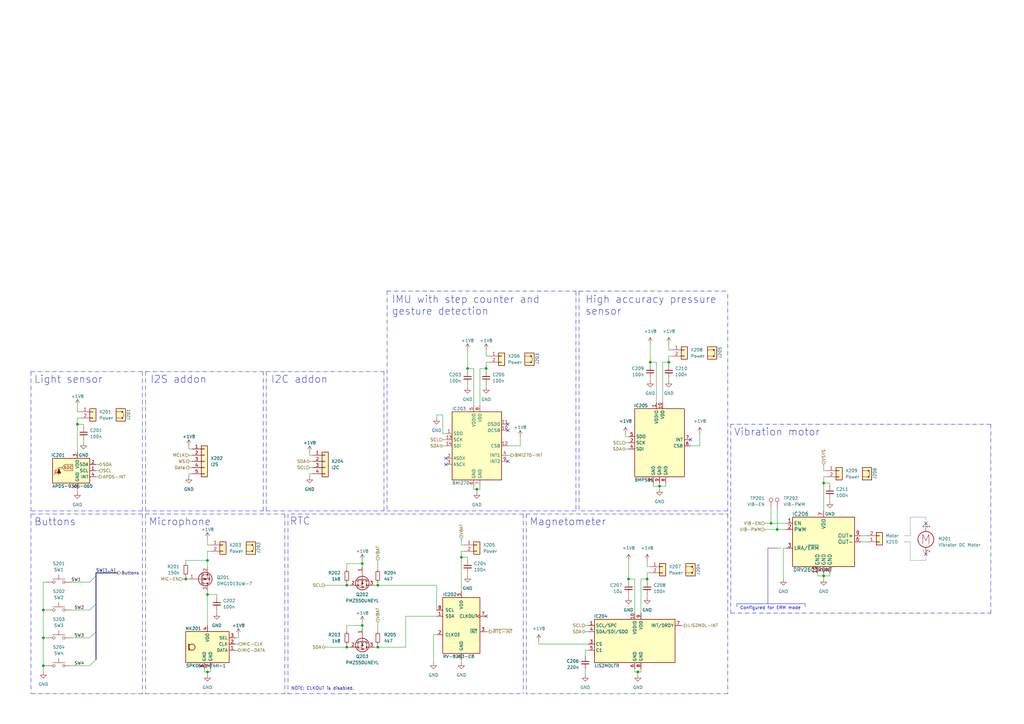
<source format=kicad_sch>
(kicad_sch (version 20250114) (generator "eeschema") (generator_version "9.0")
  (paper "A3")
  (title_block (title "Watch-HW") (date "2025-05-09") (rev "0") (company "https://github.com/ZSWatch/Watch-HW"))
  (text "Vibration motor" (at 300.99 179.07 0) (effects (font (size 3 3)) (justify left bottom)))
  (text "I2S addon" (at 61.595 157.48 0) (effects (font (size 3 3)) (justify left bottom)))
  (text "I2C addon" (at 111.125 157.48 0) (effects (font (size 3 3)) (justify left bottom)))
  (text "Magnetometer" (at 217.17 215.9 0) (effects (font (size 3 3)) (justify left bottom)))
  (text "Configured for ERM mode" (at 303.53 250.19 0) (effects (font (size 1.27 1.27)) (justify left bottom)))
  (text "High accuracy pressure\nsensor" (at 240.03 129.54 0) (effects (font (size 3 3)) (justify left bottom)))
  (text "Buttons" (at 13.97 215.9 0) (effects (font (size 3 3)) (justify left bottom)))
  (text "RTC" (at 118.872 215.646 0) (effects (font (size 3 3)) (justify left bottom)))
  (text "Microphone" (at 60.96 215.9 0) (effects (font (size 3 3)) (justify left bottom)))
  (text "Light sensor" (at 13.97 157.48 0) (effects (font (size 3 3)) (justify left bottom)))
  (text "IMU with step counter and\ngesture detection" (at 160.655 129.54 0) (effects (font (size 3 3)) (justify left bottom)))
  (text "NOTE: CLKOUT is disabled." (at 119.38 283.21 0) (effects (font (size 1.27 1.27)) (justify left bottom)))
  (junction (at 76.2 237.49))
  (junction (at 189.23 228.6))
  (junction (at 17.78 273.05))
  (junction (at 142.24 265.43))
  (junction (at 199.39 151.13))
  (junction (at 195.58 200.66))
  (junction (at 85.09 243.84))
  (junction (at 318.77 217.17))
  (junction (at 148.59 231.14))
  (junction (at 261.62 275.59))
  (junction (at 85.09 229.87))
  (junction (at 257.81 237.49))
  (junction (at 270.51 199.39))
  (junction (at 148.59 256.54))
  (junction (at 17.78 250.19))
  (junction (at 337.82 198.12))
  (junction (at 274.32 148.59))
  (junction (at 265.43 237.49))
  (junction (at 266.7 148.59))
  (junction (at 17.78 261.62))
  (junction (at 31.75 173.99))
  (junction (at 142.24 240.03))
  (junction (at 85.09 275.59))
  (junction (at 316.23 214.63))
  (junction (at 154.94 265.43))
  (junction (at 337.82 236.22))
  (junction (at 191.77 151.13))
  (junction (at 154.94 240.03))
  (no_connect (at 208.28 189.23))
  (no_connect (at 182.88 187.96))
  (no_connect (at 208.28 176.53))
  (no_connect (at 199.39 252.73))
  (no_connect (at 208.28 173.99))
  (no_connect (at 379.73 214.63))
  (no_connect (at 283.21 180.34))
  (no_connect (at 379.73 227.33))
  (no_connect (at 182.88 190.5))
  (bus_entry (at 36.83 261.62) (size 2.54 -2.54))
  (bus_entry (at 36.83 250.19) (size 2.54 -2.54))
  (bus_entry (at 36.83 273.05) (size 2.54 -2.54))
  (bus_entry (at 39.37 236.22) (size -2.54 2.54))
  (wire (pts (xy 269.24 148.59) (xy 269.24 165.1)))
  (wire (pts (xy 189.23 228.6) (xy 191.77 228.6)))
  (wire (pts (xy 97.79 260.35) (xy 97.79 261.62)))
  (wire (pts (xy 36.83 238.76) (xy 29.21 238.76)))
  (polyline (pts (xy 58.42 284.48) (xy 12.7 284.48)) (stroke (width 0) (type dash_dot)))
  (polyline (pts (xy 116.84 210.82) (xy 116.84 284.48)) (stroke (width 0) (type dash_dot)))
  (wire (pts (xy 83.82 275.59) (xy 85.09 275.59)))
  (wire (pts (xy 29.21 250.19) (xy 36.83 250.19)))
  (wire (pts (xy 337.82 198.12) (xy 340.36 198.12)))
  (wire (pts (xy 142.24 265.43) (xy 142.24 264.16)))
  (wire (pts (xy 166.37 265.43) (xy 154.94 265.43)))
  (wire (pts (xy 262.89 237.49) (xy 265.43 237.49)))
  (wire (pts (xy 189.23 226.06) (xy 189.23 228.6)))
  (wire (pts (xy 267.97 198.12) (xy 267.97 199.39)))
  (wire (pts (xy 194.31 200.66) (xy 195.58 200.66)))
  (wire (pts (xy 86.36 275.59) (xy 86.36 274.32)))
  (wire (pts (xy 208.28 182.88) (xy 213.36 182.88)))
  (wire (pts (xy 270.51 199.39) (xy 270.51 200.66)))
  (wire (pts (xy 199.39 148.59) (xy 199.39 151.13)))
  (wire (pts (xy 78.74 194.31) (xy 77.47 194.31)))
  (polyline (pts (xy 214.63 210.82) (xy 118.11 210.82)) (stroke (width 0) (type dash_dot)))
  (wire (pts (xy 274.32 148.59) (xy 271.78 148.59)))
  (wire (pts (xy 17.78 250.19) (xy 17.78 261.62)))
  (wire (pts (xy 88.9 250.19) (xy 88.9 251.46)))
  (wire (pts (xy 196.85 199.39) (xy 196.85 200.66)))
  (polyline (pts (xy 236.22 209.55) (xy 158.75 209.55)) (stroke (width 0) (type dash_dot)))
  (wire (pts (xy 191.77 143.51) (xy 191.77 151.13)))
  (polyline (pts (xy 215.9 210.82) (xy 298.45 210.82)) (stroke (width 0) (type dash_dot)))
  (wire (pts (xy 143.51 240.03) (xy 142.24 240.03)))
  (polyline (pts (xy 59.69 209.55) (xy 107.95 209.55)) (stroke (width 0) (type dash_dot)))
  (wire (pts (xy 166.37 252.73) (xy 166.37 265.43)))
  (wire (pts (xy 261.62 276.86) (xy 261.62 275.59)))
  (wire (pts (xy 191.77 157.48) (xy 191.77 158.75)))
  (wire (pts (xy 257.81 184.15) (xy 256.54 184.15)))
  (polyline (pts (xy 237.49 119.38) (xy 237.49 209.55)) (stroke (width 0) (type dash_dot)))
  (wire (pts (xy 128.27 186.69) (xy 127 186.69)))
  (wire (pts (xy 19.05 261.62) (xy 17.78 261.62)))
  (wire (pts (xy 34.29 175.26) (xy 34.29 173.99)))
  (polyline (pts (xy 157.48 209.55) (xy 157.48 152.4)) (stroke (width 0) (type dash_dot)))
  (wire (pts (xy 190.5 223.52) (xy 189.23 223.52)))
  (wire (pts (xy 279.4 256.54) (xy 280.67 256.54)))
  (polyline (pts (xy 236.22 119.38) (xy 236.22 209.55)) (stroke (width 0) (type dash_dot)))
  (wire (pts (xy 313.69 217.17) (xy 318.77 217.17)))
  (wire (pts (xy 19.05 238.76) (xy 17.78 238.76)))
  (wire (pts (xy 17.78 238.76) (xy 17.78 250.19)))
  (wire (pts (xy 337.82 236.22) (xy 337.82 237.49)))
  (wire (pts (xy 274.32 154.94) (xy 274.32 156.21)))
  (wire (pts (xy 200.66 146.05) (xy 199.39 146.05)))
  (polyline (pts (xy 237.49 119.38) (xy 298.45 119.38)) (stroke (width 0) (type dash_dot)))
  (wire (pts (xy 275.59 146.05) (xy 274.32 146.05)))
  (wire (pts (xy 337.82 195.58) (xy 337.82 198.12)))
  (wire (pts (xy 85.09 243.84) (xy 85.09 256.54)))
  (wire (pts (xy 181.61 182.88) (xy 182.88 182.88)))
  (wire (pts (xy 85.09 275.59) (xy 86.36 275.59)))
  (wire (pts (xy 209.55 186.69) (xy 208.28 186.69)))
  (polyline (pts (xy 107.95 209.55) (xy 107.95 152.4)) (stroke (width 0) (type dash_dot)))
  (wire (pts (xy 77.47 194.31) (xy 77.47 195.58)))
  (wire (pts (xy 19.05 273.05) (xy 17.78 273.05)))
  (wire (pts (xy 256.54 179.07) (xy 256.54 177.8)))
  (polyline (pts (xy 12.7 152.4) (xy 58.42 152.4)) (stroke (width 0) (type dash_dot)))
  (wire (pts (xy 143.51 265.43) (xy 142.24 265.43)))
  (wire (pts (xy 142.24 256.54) (xy 142.24 259.08)))
  (wire (pts (xy 96.52 266.7) (xy 97.79 266.7)))
  (wire (pts (xy 265.43 237.49) (xy 265.43 238.76)))
  (wire (pts (xy 191.77 234.95) (xy 191.77 236.22)))
  (wire (pts (xy 266.7 148.59) (xy 266.7 149.86)))
  (wire (pts (xy 17.78 273.05) (xy 17.78 275.59)))
  (wire (pts (xy 196.85 151.13) (xy 196.85 166.37)))
  (wire (pts (xy 154.94 240.03) (xy 179.07 240.03)))
  (bus (pts (xy 39.37 234.95) (xy 48.26 234.95)))
  (polyline (pts (xy 330.2 247.65) (xy 330.2 248.92)))
  (wire (pts (xy 133.35 240.03) (xy 142.24 240.03)))
  (wire (pts (xy 142.24 231.14) (xy 142.24 233.68)))
  (wire (pts (xy 189.23 220.98) (xy 189.23 223.52)))
  (wire (pts (xy 318.77 217.17) (xy 322.58 217.17)))
  (polyline (pts (xy 214.63 210.82) (xy 214.63 284.48)) (stroke (width 0) (type dash_dot)))
  (wire (pts (xy 266.7 148.59) (xy 269.24 148.59)))
  (wire (pts (xy 127 194.31) (xy 127 195.58)))
  (wire (pts (xy 83.82 274.32) (xy 83.82 275.59)))
  (wire (pts (xy 78.74 184.15) (xy 77.47 184.15)))
  (wire (pts (xy 96.52 261.62) (xy 97.79 261.62)))
  (wire (pts (xy 96.52 264.16) (xy 97.79 264.16)))
  (wire (pts (xy 148.59 231.14) (xy 148.59 232.41)))
  (polyline (pts (xy 59.69 209.55) (xy 59.69 152.4)) (stroke (width 0) (type dash_dot)))
  (wire (pts (xy 340.36 198.12) (xy 340.36 199.39)))
  (wire (pts (xy 199.39 143.51) (xy 199.39 146.05)))
  (wire (pts (xy 340.36 234.95) (xy 340.36 236.22)))
  (wire (pts (xy 195.58 200.66) (xy 195.58 201.93)))
  (wire (pts (xy 17.78 261.62) (xy 17.78 273.05)))
  (wire (pts (xy 85.09 229.87) (xy 76.2 229.87)))
  (wire (pts (xy 77.47 186.69) (xy 78.74 186.69)))
  (polyline (pts (xy 59.69 210.82) (xy 59.69 284.48)) (stroke (width 0) (type dash_dot)))
  (polyline (pts (xy 298.45 120.65) (xy 298.45 209.55)) (stroke (width 0) (type dash_dot)))
  (wire (pts (xy 240.03 259.08) (xy 241.3 259.08)))
  (wire (pts (xy 153.67 240.03) (xy 154.94 240.03)))
  (polyline (pts (xy 118.11 284.48) (xy 214.63 284.48)) (stroke (width 0) (type dash_dot)))
  (polyline (pts (xy 12.7 152.4) (xy 12.7 209.55)) (stroke (width 0) (type dash_dot)))
  (wire (pts (xy 74.93 237.49) (xy 76.2 237.49)))
  (wire (pts (xy 339.09 193.04) (xy 337.82 193.04)))
  (wire (pts (xy 86.36 226.06) (xy 85.09 226.06)))
  (wire (pts (xy 182.88 177.8) (xy 181.61 177.8)))
  (polyline (pts (xy 58.42 152.4) (xy 58.42 209.55)) (stroke (width 0) (type dash_dot)))
  (polyline (pts (xy 298.45 209.55) (xy 237.49 209.55)) (stroke (width 0) (type dash_dot)))
  (wire (pts (xy 316.23 214.63) (xy 322.58 214.63)))
  (wire (pts (xy 128.27 194.31) (xy 127 194.31)))
  (wire (pts (xy 318.77 208.28) (xy 318.77 217.17)))
  (wire (pts (xy 353.06 219.71) (xy 355.6 219.71)))
  (wire (pts (xy 181.61 170.18) (xy 179.07 170.18)))
  (wire (pts (xy 39.37 195.58) (xy 40.64 195.58)))
  (wire (pts (xy 313.69 214.63) (xy 316.23 214.63)))
  (wire (pts (xy 181.61 177.8) (xy 181.61 170.18)))
  (wire (pts (xy 266.7 234.95) (xy 265.43 234.95)))
  (polyline (pts (xy 59.69 284.48) (xy 116.84 284.48)) (stroke (width 0) (type dash_dot)))
  (polyline (pts (xy 109.22 152.4) (xy 157.48 152.4)) (stroke (width 0) (type dash_dot)))
  (wire (pts (xy 31.75 173.99) (xy 34.29 173.99)))
  (wire (pts (xy 166.37 252.73) (xy 179.07 252.73)))
  (wire (pts (xy 127 185.42) (xy 127 186.69)))
  (wire (pts (xy 260.35 274.32) (xy 260.35 275.59)))
  (wire (pts (xy 194.31 151.13) (xy 191.77 151.13)))
  (wire (pts (xy 266.7 232.41) (xy 265.43 232.41)))
  (wire (pts (xy 240.03 274.32) (xy 240.03 276.86)))
  (wire (pts (xy 194.31 199.39) (xy 194.31 200.66)))
  (wire (pts (xy 321.31 224.79) (xy 321.31 237.49)))
  (polyline (pts (xy 379.73 229.87) (xy 373.38 229.87)) (stroke (width 0) (type solid) (color 132 132 132 1)))
  (wire (pts (xy 33.02 171.45) (xy 31.75 171.45)))
  (wire (pts (xy 275.59 143.51) (xy 274.32 143.51)))
  (wire (pts (xy 177.8 271.78) (xy 177.8 260.35)))
  (polyline (pts (xy 158.75 119.38) (xy 236.22 119.38)) (stroke (width 0) (type dash_dot)))
  (polyline (pts (xy 298.45 284.48) (xy 215.9 284.48)) (stroke (width 0) (type dash_dot)))
  (wire (pts (xy 77.47 191.77) (xy 78.74 191.77)))
  (wire (pts (xy 274.32 140.97) (xy 274.32 143.51)))
  (polyline (pts (xy 406.4 173.99) (xy 406.4 251.46)) (stroke (width 0) (type dash_dot)))
  (wire (pts (xy 261.62 275.59) (xy 260.35 275.59)))
  (wire (pts (xy 154.94 240.03) (xy 154.94 238.76)))
  (wire (pts (xy 31.75 171.45) (xy 31.75 173.99)))
  (polyline (pts (xy 109.22 209.55) (xy 109.22 152.4)) (stroke (width 0) (type dash_dot)))
  (polyline (pts (xy 320.04 224.79) (xy 314.96 224.79)))
  (wire (pts (xy 240.03 266.7) (xy 241.3 266.7)))
  (polyline (pts (xy 311.15 247.65) (xy 330.2 247.65)))
  (wire (pts (xy 337.82 236.22) (xy 337.82 234.95)))
  (wire (pts (xy 257.81 243.84) (xy 257.81 245.11)))
  (polyline (pts (xy 12.7 210.82) (xy 12.7 284.48)) (stroke (width 0) (type dash_dot)))
  (wire (pts (xy 265.43 234.95) (xy 265.43 237.49)))
  (wire (pts (xy 19.05 250.19) (xy 17.78 250.19)))
  (wire (pts (xy 179.07 240.03) (xy 179.07 250.19)))
  (polyline (pts (xy 373.38 212.09) (xy 379.73 212.09)) (stroke (width 0) (type solid) (color 132 132 132 1)))
  (wire (pts (xy 241.3 264.16) (xy 220.98 264.16)))
  (wire (pts (xy 148.59 256.54) (xy 148.59 257.81)))
  (wire (pts (xy 31.75 200.66) (xy 31.75 201.93)))
  (bus (pts (xy 39.37 247.65) (xy 39.37 259.08)))
  (wire (pts (xy 273.05 199.39) (xy 270.51 199.39)))
  (wire (pts (xy 213.36 182.88) (xy 213.36 179.07)))
  (wire (pts (xy 88.9 243.84) (xy 85.09 243.84)))
  (wire (pts (xy 337.82 190.5) (xy 337.82 193.04)))
  (wire (pts (xy 153.67 265.43) (xy 154.94 265.43)))
  (polyline (pts (xy 158.75 119.38) (xy 158.75 209.55)) (stroke (width 0) (type dash_dot)))
  (wire (pts (xy 29.21 273.05) (xy 36.83 273.05)))
  (polyline (pts (xy 58.42 210.82) (xy 58.42 284.48)) (stroke (width 0) (type dash_dot)))
  (wire (pts (xy 316.23 208.28) (xy 316.23 214.63)))
  (wire (pts (xy 199.39 151.13) (xy 199.39 152.4)))
  (wire (pts (xy 256.54 181.61) (xy 257.81 181.61)))
  (polyline (pts (xy 379.73 212.09) (xy 379.73 213.36)) (stroke (width 0) (type solid) (color 132 132 132 1)))
  (wire (pts (xy 85.09 275.59) (xy 85.09 276.86)))
  (wire (pts (xy 39.37 193.04) (xy 40.64 193.04)))
  (wire (pts (xy 29.21 261.62) (xy 36.83 261.62)))
  (wire (pts (xy 179.07 170.18) (xy 179.07 171.45)))
  (wire (pts (xy 86.36 223.52) (xy 85.09 223.52)))
  (wire (pts (xy 194.31 166.37) (xy 194.31 151.13)))
  (wire (pts (xy 191.77 229.87) (xy 191.77 228.6)))
  (wire (pts (xy 287.02 177.8) (xy 287.02 182.88)))
  (wire (pts (xy 31.75 166.37) (xy 31.75 168.91)))
  (wire (pts (xy 189.23 271.78) (xy 189.23 270.51)))
  (wire (pts (xy 240.03 256.54) (xy 241.3 256.54)))
  (wire (pts (xy 148.59 231.14) (xy 142.24 231.14)))
  (polyline (pts (xy 59.69 152.4) (xy 107.95 152.4)) (stroke (width 0) (type dash_dot)))
  (bus (pts (xy 39.37 234.95) (xy 39.37 236.22)))
  (wire (pts (xy 39.37 190.5) (xy 40.64 190.5)))
  (polyline (pts (xy 58.42 210.82) (xy 12.7 210.82)) (stroke (width 0) (type dash_dot)))
  (wire (pts (xy 257.81 237.49) (xy 260.35 237.49)))
  (wire (pts (xy 177.8 260.35) (xy 179.07 260.35)))
  (wire (pts (xy 127 191.77) (xy 128.27 191.77)))
  (polyline (pts (xy 311.15 247.65) (xy 302.26 247.65)))
  (wire (pts (xy 196.85 151.13) (xy 199.39 151.13)))
  (wire (pts (xy 190.5 226.06) (xy 189.23 226.06)))
  (wire (pts (xy 199.39 157.48) (xy 199.39 158.75)))
  (polyline (pts (xy 370.84 222.25) (xy 373.38 222.25)) (stroke (width 0) (type solid) (color 132 132 132 1)))
  (wire (pts (xy 191.77 151.13) (xy 191.77 152.4)))
  (wire (pts (xy 196.85 200.66) (xy 195.58 200.66)))
  (wire (pts (xy 154.94 229.87) (xy 154.94 233.68)))
  (wire (pts (xy 270.51 198.12) (xy 270.51 199.39)))
  (wire (pts (xy 76.2 237.49) (xy 76.2 236.22)))
  (polyline (pts (xy 58.42 209.55) (xy 12.7 209.55)) (stroke (width 0) (type dash_dot)))
  (wire (pts (xy 262.89 237.49) (xy 262.89 251.46)))
  (wire (pts (xy 200.66 148.59) (xy 199.39 148.59)))
  (polyline (pts (xy 299.72 251.46) (xy 406.4 251.46)) (stroke (width 0) (type dash_dot)))
  (wire (pts (xy 33.02 168.91) (xy 31.75 168.91)))
  (wire (pts (xy 270.51 199.39) (xy 267.97 199.39)))
  (wire (pts (xy 220.98 262.89) (xy 220.98 264.16)))
  (polyline (pts (xy 370.84 219.71) (xy 373.38 219.71)) (stroke (width 0) (type solid) (color 132 132 132 1)))
  (wire (pts (xy 322.58 224.79) (xy 321.31 224.79)))
  (polyline (pts (xy 379.73 228.6) (xy 379.73 229.87)) (stroke (width 0) (type solid) (color 132 132 132 1)))
  (wire (pts (xy 181.61 180.34) (xy 182.88 180.34)))
  (wire (pts (xy 274.32 148.59) (xy 274.32 149.86)))
  (wire (pts (xy 77.47 189.23) (xy 78.74 189.23)))
  (wire (pts (xy 265.43 229.87) (xy 265.43 232.41)))
  (wire (pts (xy 148.59 256.54) (xy 142.24 256.54)))
  (wire (pts (xy 189.23 242.57) (xy 189.23 228.6)))
  (wire (pts (xy 266.7 140.97) (xy 266.7 148.59)))
  (polyline (pts (xy 118.11 210.82) (xy 118.11 284.48)) (stroke (width 0) (type dash_dot)))
  (wire (pts (xy 337.82 198.12) (xy 337.82 209.55)))
  (wire (pts (xy 88.9 243.84) (xy 88.9 245.11)))
  (wire (pts (xy 261.62 275.59) (xy 262.89 275.59)))
  (wire (pts (xy 257.81 238.76) (xy 257.81 237.49)))
  (wire (pts (xy 199.39 259.08) (xy 200.66 259.08)))
  (wire (pts (xy 287.02 182.88) (xy 283.21 182.88)))
  (wire (pts (xy 85.09 242.57) (xy 85.09 243.84)))
  (wire (pts (xy 339.09 195.58) (xy 337.82 195.58)))
  (wire (pts (xy 260.35 237.49) (xy 260.35 251.46)))
  (wire (pts (xy 85.09 220.98) (xy 85.09 223.52)))
  (polyline (pts (xy 373.38 229.87) (xy 373.38 222.25)) (stroke (width 0) (type solid) (color 132 132 132 1)))
  (wire (pts (xy 148.59 255.27) (xy 148.59 256.54)))
  (wire (pts (xy 335.28 234.95) (xy 335.28 236.22)))
  (wire (pts (xy 353.06 222.25) (xy 355.6 222.25)))
  (polyline (pts (xy 314.96 224.79) (xy 314.96 247.65)))
  (wire (pts (xy 34.29 180.34) (xy 34.29 181.61)))
  (wire (pts (xy 133.35 265.43) (xy 142.24 265.43)))
  (wire (pts (xy 77.47 237.49) (xy 76.2 237.49)))
  (polyline (pts (xy 373.38 219.71) (xy 373.38 212.09)) (stroke (width 0) (type solid) (color 132 132 132 1)))
  (wire (pts (xy 154.94 255.27) (xy 154.94 259.08)))
  (wire (pts (xy 257.81 179.07) (xy 256.54 179.07)))
  (polyline (pts (xy 59.69 210.82) (xy 116.84 210.82)) (stroke (width 0) (type dash_dot)))
  (polyline (pts (xy 302.26 247.65) (xy 302.26 248.92)))
  (wire (pts (xy 340.36 236.22) (xy 337.82 236.22)))
  (wire (pts (xy 271.78 148.59) (xy 271.78 165.1)))
  (wire (pts (xy 127 189.23) (xy 128.27 189.23)))
  (wire (pts (xy 274.32 146.05) (xy 274.32 148.59)))
  (wire (pts (xy 142.24 240.03) (xy 142.24 238.76)))
  (wire (pts (xy 77.47 182.88) (xy 77.47 184.15)))
  (wire (pts (xy 266.7 154.94) (xy 266.7 156.21)))
  (wire (pts (xy 257.81 229.87) (xy 257.81 237.49)))
  (wire (pts (xy 85.09 229.87) (xy 85.09 232.41)))
  (polyline (pts (xy 298.45 210.82) (xy 298.45 284.48)) (stroke (width 0) (type dash_dot)))
  (wire (pts (xy 31.75 173.99) (xy 31.75 185.42)))
  (wire (pts (xy 273.05 198.12) (xy 273.05 199.39)))
  (polyline (pts (xy 406.4 173.99) (xy 299.72 173.99)) (stroke (width 0) (type dash_dot)))
  (bus (pts (xy 39.37 236.22) (xy 39.37 247.65)))
  (wire (pts (xy 148.59 229.87) (xy 148.59 231.14)))
  (wire (pts (xy 154.94 265.43) (xy 154.94 264.16)))
  (bus (pts (xy 39.37 259.08) (xy 39.37 270.51)))
  (wire (pts (xy 76.2 229.87) (xy 76.2 231.14)))
  (polyline (pts (xy 299.72 173.99) (xy 299.72 251.46)) (stroke (width 0) (type dash_dot)))
  (polyline (pts (xy 215.9 210.82) (xy 215.9 284.48)) (stroke (width 0) (type dash_dot)))
  (wire (pts (xy 340.36 204.47) (xy 340.36 205.74)))
  (wire (pts (xy 335.28 236.22) (xy 337.82 236.22)))
  (wire (pts (xy 265.43 245.11) (xy 265.43 243.84)))
  (wire (pts (xy 85.09 226.06) (xy 85.09 229.87)))
  (wire (pts (xy 240.03 269.24) (xy 240.03 266.7)))
  (polyline (pts (xy 109.22 209.55) (xy 157.48 209.55)) (stroke (width 0) (type dash_dot)))
  (wire (pts (xy 262.89 275.59) (xy 262.89 274.32)))
  (label "SW[1..4]" (at 39.37 234.95 0))
  (label "SW3" (at 30.48 261.62 0))
  (label "SW4" (at 30.48 273.05 0))
  (label "SW1" (at 29.21 238.76 0))
  (label "SW2" (at 30.48 250.19 0))
  (hierarchical_label "LIS2MDL-INT" (shape output) (at 280.67 256.54 0))
  (hierarchical_label "MIC-DATA" (shape output) (at 97.79 266.7 0))
  (hierarchical_label "MIC-EN" (shape input) (at 74.93 237.49 180))
  (hierarchical_label "VSYS" (shape input) (at 337.82 190.5 90))
  (hierarchical_label "SCL" (shape input) (at 40.64 193.04 0))
  (hierarchical_label "MCLK" (shape input) (at 77.47 186.69 180))
  (hierarchical_label "VBAT" (shape input) (at 154.94 255.27 90))
  (hierarchical_label "SCL" (shape input) (at 240.03 256.54 180))
  (hierarchical_label "VBAT" (shape input) (at 154.94 229.87 90))
  (hierarchical_label "SDA" (shape bidirectional) (at 133.35 265.43 180))
  (hierarchical_label "VIB-EN" (shape input) (at 313.69 214.63 180))
  (hierarchical_label "APDS-INT" (shape output) (at 40.64 195.58 0))
  (hierarchical_label "Buttons" (shape output) (at 48.26 234.95 0))
  (hierarchical_label "SCL" (shape input) (at 127 191.77 180))
  (hierarchical_label "SDA" (shape bidirectional) (at 240.03 259.08 180))
  (hierarchical_label "WS" (shape output) (at 77.47 189.23 180))
  (hierarchical_label "BMI270-INT" (shape output) (at 209.55 186.69 0))
  (hierarchical_label "SCL" (shape input) (at 133.35 240.03 180))
  (hierarchical_label "~{RTC-INT}" (shape output) (at 200.66 259.08 0))
  (hierarchical_label "SDA" (shape bidirectional) (at 181.61 182.88 180))
  (hierarchical_label "SDA" (shape bidirectional) (at 127 189.23 180))
  (hierarchical_label "VBAT" (shape input) (at 189.23 220.98 90))
  (hierarchical_label "SCL" (shape input) (at 181.61 180.34 180))
  (hierarchical_label "SDA" (shape bidirectional) (at 40.64 190.5 0))
  (hierarchical_label "MIC-CLK" (shape input) (at 97.79 264.16 0))
  (hierarchical_label "Data" (shape output) (at 77.47 191.77 180))
  (hierarchical_label "SDA" (shape bidirectional) (at 256.54 184.15 180))
  (hierarchical_label "SCL" (shape input) (at 256.54 181.61 180))
  (hierarchical_label "VIB-PWM" (shape input) (at 313.69 217.17 180))
  (symbol (lib_id "Connector_Generic:Conn_01x02") (at 360.68 222.25 0) (mirror x) (unit 1)
    (property "Reference" "X210" (at 363.22 222.25 0) (effects (justify left)))
    (property "Value" "Motor" (at 363.22 219.71 0) (effects (justify left)))
    (property "Footprint" "Molex:78171-0002" (effects (hide yes)))
    (property "Datasheet" "https://www.molex.com/en-us/products/part-detail/781710002?display=pdf" (effects (hide yes)))
    (property "manf" "Molex" (effects (hide yes)))
    (property "manf#" "78171-0002" (effects (hide yes)))
    (property "mouser#" "538-78171-0002" (effects (hide yes)))
  )
  (symbol (lib_id "Switch:SW_Push") (at 24.13 261.62 0) (unit 1)
    (property "Reference" "S203" (at 24.13 254 0))
    (property "Value" "SW3" (at 24.13 256.54 0))
    (property "Footprint" "Wuerth:WS-TASV-6x6" (effects (hide yes)))
    (property "Datasheet" "https://www.we-online.com/components/products/datasheet/430182050816.pdf" (effects (hide yes)))
    (property "manf" "Wurth Elektronik" (effects (hide yes)))
    (property "manf#" "430182050816" (effects (hide yes)))
    (property "mouser#" "710-430182050816" (effects (hide yes)))
  )
  (symbol (lib_id "power:GND") (at 257.81 245.11 0) (unit 1)
    (property "Reference" "#PWR0229" (effects (hide yes)))
    (property "Value" "GND" (at 257.81 250.19 0))
  )
  (symbol (lib_id "power:GND") (at 261.62 276.86 0) (unit 1)
    (property "Reference" "#PWR0230" (effects (hide yes)))
    (property "Value" "GND" (at 261.62 281.94 0))
  )
  (symbol (lib_id "Connector_Generic:Conn_01x02") (at 280.67 143.51 0) (unit 1)
    (property "Reference" "X208" (at 283.21 143.5099 0) (effects (justify left)))
    (property "Value" "Power" (at 283.21 146.0499 0) (effects (justify left)))
    (property "Footprint" "Connector_PinHeader_2.54mm:PinHeader_1x02_P2.54mm_Vertical_SMD_Pin1Left" (effects (hide yes)))
    (property "Datasheet" "https://cdn.amphenol-cs.com/media/wysiwyg/files/documentation/datasheet/boardwiretoboard/bwb_econostik_254headers.pdf" (effects (hide yes)))
    (property "Description" "Generic connector, single row, 01x02, script generated (kicad-library-utils/schlib/autogen/connector/)" (effects (hide yes)))
    (property "manf" "Amphenol FCI" (effects (hide yes)))
    (property "manf#" "10129380-902001BLF" (effects (hide yes)))
    (property "mouser#" "649-1012938090201BLF" (effects (hide yes)))
  )
  (symbol (lib_id "Nexperia:PMZ550UNEYL") (at 148.59 237.49 270) (unit 1)
    (property "Reference" "Q202" (at 148.59 243.84 90))
    (property "Value" "PMZ550UNEYL" (at 148.59 246.38 90))
    (property "Footprint" "Package_SOT_SMD:SOT-883" (effects (hide yes)))
    (property "Datasheet" "https://assets.nexperia.com/documents/data-sheet/PMZ550UNE.pdf" (effects (hide yes)))
    (property "Description" "0.59A Id, 30V Vds, N-Channel MOSFET, DFN-1006-3" (effects (hide yes)))
    (property "manf" "Nexperia" (effects (hide yes)))
    (property "manf#" "PMZ550UNEYL" (effects (hide yes)))
    (property "mouser#" "771-PMZ550UNEYL" (effects (hide yes)))
  )
  (symbol (lib_id "power:GND") (at 177.8 271.78 0) (unit 1)
    (property "Reference" "#PWR0215" (effects (hide yes)))
    (property "Value" "GND" (at 177.8 276.86 0))
  )
  (symbol (lib_id "Device:C_Small") (at 265.43 241.3 0) (mirror y) (unit 1)
    (property "Reference" "C208" (at 267.97 240.0363 0) (effects (justify right)))
    (property "Value" "100n" (at 267.97 242.5763 0) (effects (justify right)))
    (property "Footprint" "Capacitor_SMD:C_0402_1005Metric" (effects (hide yes)))
    (property "Datasheet" "https://www.mouser.de/datasheet/2/40/KGM_X7R-3223212.pdf" (effects (hide yes)))
    (property "manf" "KYOCERA AVX" (effects (hide yes)))
    (property "manf#" "0402ZC104KAT4A" (effects (hide yes)))
    (property "mouser#" "581-0402ZC104KAT4A" (effects (hide yes)))
  )
  (symbol (lib_id "power:+1V8") (at 274.32 140.97 0) (unit 1)
    (property "Reference" "#PWR0236" (effects (hide yes)))
    (property "Value" "+1V8" (at 274.32 135.89 0))
  )
  (symbol (lib_id "Micro Crystal:RV-8263-C8") (at 189.23 256.54 0) (unit 1)
    (property "Reference" "IC202" (at 181.61 243.84 0) (effects (justify left)))
    (property "Value" "RV-8263-C8" (at 181.61 269.24 0) (effects (justify left)))
    (property "Footprint" "Micro Crystal:RV-8263-C8" (effects (hide yes)))
    (property "Datasheet" "https://www.microcrystal.com/fileadmin/Media/Products/RTC/Datasheet/RV-8263-C8.pdf" (effects (hide yes)))
    (property "manf" "Micro Crystal" (effects (hide yes)))
    (property "manf#" "RV-8263-C8 32.768kHz-20PPM-TA-QA" (effects (hide yes)))
    (property "mouser#" "428-204291-MC01" (effects (hide yes)))
  )
  (symbol (lib_id "Device:C_Small") (at 191.77 232.41 0) (mirror y) (unit 1)
    (property "Reference" "C204" (at 194.31 231.1463 0) (effects (justify right)))
    (property "Value" "100n" (at 194.31 233.6863 0) (effects (justify right)))
    (property "Footprint" "Capacitor_SMD:C_0402_1005Metric" (effects (hide yes)))
    (property "Datasheet" "https://www.mouser.de/datasheet/2/40/KGM_X7R-3223212.pdf" (effects (hide yes)))
    (property "manf" "KYOCERA AVX" (effects (hide yes)))
    (property "manf#" "0402ZC104KAT4A" (effects (hide yes)))
    (property "mouser#" "581-0402ZC104KAT4A" (effects (hide yes)))
  )
  (symbol (lib_id "power:GND") (at 88.9 251.46 0) (unit 1)
    (property "Reference" "#PWR0209" (effects (hide yes)))
    (property "Value" "GND" (at 88.9 256.54 0))
  )
  (symbol (lib_id "power:GND") (at 31.75 201.93 0) (unit 1)
    (property "Reference" "#PWR0203" (effects (hide yes)))
    (property "Value" "GND" (at 31.75 207.01 0))
  )
  (symbol (lib_id "Device:C_Small") (at 266.7 152.4 180) (unit 1)
    (property "Reference" "C209" (at 264.16 151.1236 0) (effects (justify left)))
    (property "Value" "100n" (at 264.16 153.6636 0) (effects (justify left)))
    (property "Footprint" "Capacitor_SMD:C_0402_1005Metric" (effects (hide yes)))
    (property "Datasheet" "https://www.mouser.de/datasheet/2/40/KGM_X7R-3223212.pdf" (effects (hide yes)))
    (property "manf" "KYOCERA AVX" (effects (hide yes)))
    (property "manf#" "0402ZC104KAT4A" (effects (hide yes)))
    (property "mouser#" "581-0402ZC104KAT4A" (effects (hide yes)))
  )
  (symbol (lib_id "Connector_Generic:Conn_01x02") (at 271.78 232.41 0) (unit 1)
    (property "Reference" "X207" (at 274.32 232.4099 0) (effects (justify left)))
    (property "Value" "Power" (at 274.32 234.9499 0) (effects (justify left)))
    (property "Footprint" "Connector_PinHeader_2.54mm:PinHeader_1x02_P2.54mm_Vertical_SMD_Pin1Left" (effects (hide yes)))
    (property "Datasheet" "https://cdn.amphenol-cs.com/media/wysiwyg/files/documentation/datasheet/boardwiretoboard/bwb_econostik_254headers.pdf" (effects (hide yes)))
    (property "Description" "Generic connector, single row, 01x02, script generated (kicad-library-utils/schlib/autogen/connector/)" (effects (hide yes)))
    (property "manf" "Amphenol FCI" (effects (hide yes)))
    (property "manf#" "10129380-902001BLF" (effects (hide yes)))
    (property "mouser#" "649-1012938090201BLF" (effects (hide yes)))
  )
  (symbol (lib_id "power:GND") (at 199.39 158.75 0) (unit 1)
    (property "Reference" "#PWR0223" (effects (hide yes)))
    (property "Value" "GND" (at 199.39 163.83 0))
  )
  (symbol (lib_id "Motor:Motor_DC") (at 379.73 219.71 0) (unit 1) (in_bom no) (on_board no)
    (property "Reference" "M201" (at 384.81 220.9799 0) (effects (justify left)))
    (property "Value" "Vibrator DC Motor" (at 384.81 223.5199 0) (effects (justify left)))
    (property "Datasheet" "https://www.vybronics.com/coin-vibration-motors/with-brushes/v-c1027b902f" (effects (hide yes)))
    (property "manf" "Vybronics Inc" (effects (hide yes)))
    (property "manf#" "VC1027B902F" (effects (hide yes)))
    (property "digikey#" "1670-VC1027B902F-ND" (effects (hide yes)))
  )
  (symbol (lib_id "TexasInstruments_Kampi:DRV2603RUNT") (at 337.82 220.98 0) (unit 1)
    (property "Reference" "IC206" (at 328.295 210.82 0) (effects (font (size 1.524 1.524))))
    (property "Value" "DRV2603RUNT" (at 333.375 233.68 0) (effects (font (size 1.524 1.524))))
    (property "Footprint" "Package_QFN:WQFN-10_2x2mm_P0.5mm" (effects (hide yes)))
    (property "Datasheet" "https://www.ti.com/lit/ds/symlink/drv2603.pdf?HQS=dis-mous-null-mousermode-dsf-pf-null-wwe&ts=1692200896697&ref_url=https%253A%252F%252Feu.mouser.com%252F" (effects (hide yes)))
    (property "manf" "Texas Instruments" (effects (hide yes)))
    (property "manf#" "DRV2603RUNT" (effects (hide yes)))
    (property "mouser#" "595-DRV2603RUNT" (effects (hide yes)))
  )
  (symbol (lib_id "Misc:Jumper") (at 49.53 170.18 180) (unit 1) (on_board no)
    (property "Reference" "J201" (at 52.705 167.64 90) (effects (justify left)))
    (property "Value" "Jumper" (effects (hide yes)))
    (property "Datasheet" "https://www.we-online.com/katalog/datasheet/60900213421.pdf" (effects (hide yes)))
    (property "Description" "Generic jumper cap" (effects (hide yes)))
    (property "manf" " Würth Elektronik" (effects (hide yes)))
    (property "manf#" "60900213421" (effects (hide yes)))
    (property "mouser#" "710-60900213421" (effects (hide yes)))
  )
  (symbol (lib_id "Device:C_Small") (at 240.03 271.78 0) (unit 1)
    (property "Reference" "C206" (at 237.49 271.1513 0) (effects (justify right)))
    (property "Value" "220n" (at 237.49 273.6913 0) (effects (justify right)))
    (property "Footprint" "Capacitor_SMD:C_0402_1005Metric" (effects (hide yes)))
    (property "Datasheet" "https://www.mouser.de/datasheet/2/40/KGM_X7R-3223212.pdf" (effects (hide yes)))
    (property "manf" "KYOCERA AVX" (effects (hide yes)))
    (property "manf#" "04023C224KAT2A" (effects (hide yes)))
    (property "mouser#" "581-04023C224KAT2A" (effects (hide yes)))
  )
  (symbol (lib_id "power:+1V8") (at 287.02 177.8 0) (unit 1)
    (property "Reference" "#PWR0238" (effects (hide yes)))
    (property "Value" "+1V8" (at 287.02 172.72 0))
  )
  (symbol (lib_id "power:+1V8") (at 97.79 260.35 0) (unit 1)
    (property "Reference" "#PWR0210" (effects (hide yes)))
    (property "Value" "+1V8" (at 97.79 256.54 0))
  )
  (symbol (lib_id "Misc:Jumper") (at 355.6 194.31 180) (unit 1) (on_board no)
    (property "Reference" "J206" (at 358.775 191.77 90) (effects (justify left)))
    (property "Value" "Jumper" (effects (hide yes)))
    (property "Datasheet" "https://www.we-online.com/katalog/datasheet/60900213421.pdf" (effects (hide yes)))
    (property "Description" "Generic jumper cap" (effects (hide yes)))
    (property "manf" " Würth Elektronik" (effects (hide yes)))
    (property "manf#" "60900213421" (effects (hide yes)))
    (property "mouser#" "710-60900213421" (effects (hide yes)))
  )
  (symbol (lib_id "power:GND") (at 274.32 156.21 0) (mirror y) (unit 1)
    (property "Reference" "#PWR0237" (effects (hide yes)))
    (property "Value" "GND" (at 274.32 161.29 0))
  )
  (symbol (lib_id "Bosch_Kampi:BMI270") (at 195.58 182.88 0) (unit 1)
    (property "Reference" "IC203" (at 185.42 167.64 0) (effects (justify left)))
    (property "Value" "BMI270" (at 185.42 198.12 0) (effects (justify left)))
    (property "Footprint" "Package_LGA_Kampi:Bosch_LGA-14_3x2.5mm_P0.5mm_LayoutBorder3x4y" (effects (hide yes)))
    (property "Datasheet" "https://www.bosch-sensortec.com/media/boschsensortec/downloads/datasheets/bst-bmi270-ds000.pdf" (effects (hide yes)))
    (property "manf" "Bosch" (effects (hide yes)))
    (property "manf#" "BMI270" (effects (hide yes)))
    (property "mouser#" "262-BMI270" (effects (hide yes)))
  )
  (symbol (lib_id "Device:C_Small") (at 274.32 152.4 0) (mirror y) (unit 1)
    (property "Reference" "C210" (at 276.86 151.1363 0) (effects (justify right)))
    (property "Value" "100n" (at 276.86 153.6763 0) (effects (justify right)))
    (property "Footprint" "Capacitor_SMD:C_0402_1005Metric" (effects (hide yes)))
    (property "Datasheet" "https://www.mouser.de/datasheet/2/40/KGM_X7R-3223212.pdf" (effects (hide yes)))
    (property "manf" "KYOCERA AVX" (effects (hide yes)))
    (property "manf#" "0402ZC104KAT4A" (effects (hide yes)))
    (property "mouser#" "581-0402ZC104KAT4A" (effects (hide yes)))
  )
  (symbol (lib_id "Misc:Jumper") (at 102.87 224.79 180) (unit 1) (on_board no)
    (property "Reference" "J202" (at 106.045 222.25 90) (effects (justify left)))
    (property "Value" "Jumper" (effects (hide yes)))
    (property "Datasheet" "https://www.we-online.com/katalog/datasheet/60900213421.pdf" (effects (hide yes)))
    (property "Description" "Generic jumper cap" (effects (hide yes)))
    (property "manf" " Würth Elektronik" (effects (hide yes)))
    (property "manf#" "60900213421" (effects (hide yes)))
    (property "mouser#" "710-60900213421" (effects (hide yes)))
  )
  (symbol (lib_id "Diodes Incorporated:DMG1013UW-7") (at 85.09 237.49 0) (mirror x) (unit 1)
    (property "Reference" "Q201" (at 88.9 236.855 0) (effects (justify left)))
    (property "Value" "DMG1013UW-7" (at 88.9 239.395 0) (effects (justify left)))
    (property "Footprint" "Package_TO_SOT_SMD:SOT-323_SC-70" (effects (hide yes)))
    (property "Datasheet" "https://www.diodes.com/assets/Datasheets/ds31861.pdf" (effects (hide yes)))
    (property "manf" "ROHM Semiconductor" (effects (hide yes)))
    (property "manf#" "DMG1013UW-7" (effects (hide yes)))
    (property "mouser#" "621-DMG1013UW-7" (effects (hide yes)))
  )
  (symbol (lib_id "Sensor_Optical:APDS-9306-065") (at 29.21 193.04 0) (unit 1)
    (property "Reference" "IC201" (at 26.67 186.69 0) (effects (justify right)))
    (property "Value" "APDS-9306-065" (at 38.1 199.39 0) (effects (justify right)))
    (property "Footprint" "Broadcom:Broadcom_DFN-6_2x2mm_P0.65mm" (effects (hide yes)))
    (property "Datasheet" "https://docs.broadcom.com/docs/AV02-4755EN" (effects (hide yes)))
    (property "manf" "Broadcom / Avago" (effects (hide yes)))
    (property "manf#" "APDS-9306-065" (effects (hide yes)))
    (property "mouser#" "630-APDS-9306-065" (effects (hide yes)))
  )
  (symbol (lib_id "Switch:SW_Push") (at 24.13 273.05 0) (mirror y) (unit 1)
    (property "Reference" "S204" (at 24.13 265.43 0))
    (property "Value" "SW4" (at 24.13 267.97 0))
    (property "Footprint" "Wuerth:WS-TASV-6x6" (effects (hide yes)))
    (property "Datasheet" "https://www.we-online.com/components/products/datasheet/430182050816.pdf" (effects (hide yes)))
    (property "manf" "Wurth Elektronik" (effects (hide yes)))
    (property "manf#" "430182050816" (effects (hide yes)))
    (property "mouser#" "710-430182050816" (effects (hide yes)))
  )
  (symbol (lib_id "power:GND") (at 321.31 237.49 0) (unit 1)
    (property "Reference" "#PWR0239" (effects (hide yes)))
    (property "Value" "GND" (at 321.31 242.57 0))
  )
  (symbol (lib_id "Device:C_Small") (at 191.77 154.94 0) (unit 1)
    (property "Reference" "C203" (at 189.23 153.6763 0) (effects (justify right)))
    (property "Value" "100n" (at 189.23 156.2163 0) (effects (justify right)))
    (property "Footprint" "Capacitor_SMD:C_0402_1005Metric" (effects (hide yes)))
    (property "Datasheet" "https://www.mouser.de/datasheet/2/40/KGM_X7R-3223212.pdf" (effects (hide yes)))
    (property "manf" "KYOCERA AVX" (effects (hide yes)))
    (property "manf#" "0402ZC104KAT4A" (effects (hide yes)))
    (property "mouser#" "581-0402ZC104KAT4A" (effects (hide yes)))
  )
  (symbol (lib_id "power:GND") (at 240.03 276.86 0) (unit 1)
    (property "Reference" "#PWR0226" (effects (hide yes)))
    (property "Value" "GND" (at 240.03 281.94 0))
  )
  (symbol (lib_id "Connector:TestPoint") (at 318.77 208.28 0) (unit 1) (in_bom no)
    (property "Reference" "TP202" (at 321.31 204.343 0) (effects (justify left)))
    (property "Value" "VIB-PWM" (at 321.31 206.883 0) (effects (justify left)))
    (property "Footprint" "TestPoint:TestPoint_Pad_D1.0mm" (effects (hide yes)))
  )
  (symbol (lib_id "power:GND") (at 270.51 200.66 0) (unit 1)
    (property "Reference" "#PWR0235" (effects (hide yes)))
    (property "Value" "GND" (at 270.51 205.74 0))
  )
  (symbol (lib_id "power:GND") (at 34.29 181.61 0) (unit 1)
    (property "Reference" "#PWR0204" (effects (hide yes)))
    (property "Value" "GND" (at 34.29 186.69 0))
  )
  (symbol (lib_id "Connector_Generic:Conn_01x02") (at 91.44 223.52 0) (unit 1)
    (property "Reference" "X203" (at 93.98 223.5199 0) (effects (justify left)))
    (property "Value" "Power" (at 93.98 226.0599 0) (effects (justify left)))
    (property "Footprint" "Connector_PinHeader_2.54mm:PinHeader_1x02_P2.54mm_Vertical_SMD_Pin1Left" (effects (hide yes)))
    (property "Datasheet" "https://cdn.amphenol-cs.com/media/wysiwyg/files/documentation/datasheet/boardwiretoboard/bwb_econostik_254headers.pdf" (effects (hide yes)))
    (property "Description" "Generic connector, single row, 01x02, script generated (kicad-library-utils/schlib/autogen/connector/)" (effects (hide yes)))
    (property "manf" "Amphenol FCI" (effects (hide yes)))
    (property "manf#" "10129380-902001BLF" (effects (hide yes)))
    (property "mouser#" "649-1012938090201BLF" (effects (hide yes)))
  )
  (symbol (lib_id "Device:C_Small") (at 34.29 177.8 0) (mirror y) (unit 1)
    (property "Reference" "C201" (at 36.83 176.5363 0) (effects (justify right)))
    (property "Value" "100n" (at 36.83 179.0763 0) (effects (justify right)))
    (property "Footprint" "Capacitor_SMD:C_0402_1005Metric" (effects (hide yes)))
    (property "Datasheet" "https://www.mouser.de/datasheet/2/40/KGM_X7R-3223212.pdf" (effects (hide yes)))
    (property "manf" "KYOCERA AVX" (effects (hide yes)))
    (property "manf#" "0402ZC104KAT4A" (effects (hide yes)))
    (property "mouser#" "581-0402ZC104KAT4A" (effects (hide yes)))
  )
  (symbol (lib_id "ST:LIS2MDLTR") (at 261.62 264.16 0) (unit 1)
    (property "Reference" "IC204" (at 246.38 252.73 0))
    (property "Value" "LIS2MDLTR" (at 248.92 273.05 0))
    (property "Footprint" "Package_LGA_Kampi:LGA-12_2x2mm_P0.5mm" (effects (hide yes)))
    (property "Datasheet" "http://www.st.com/content/ccc/resource/technical/document/datasheet/group3/29/13/d1/e0/9a/4d/4f/30/DM00395193/files/DM00395193.pdf/jcr:content/translations/en.DM00395193.pdf" (effects (hide yes)))
    (property "manf" "STMicroelectronics" (effects (hide yes)))
    (property "manf#" "LIS2MDLTR" (effects (hide yes)))
    (property "mouser#" "511-LIS2MDLTR" (effects (hide yes)))
  )
  (symbol (lib_id "power:+1V8") (at 266.7 140.97 0) (unit 1)
    (property "Reference" "#PWR0233" (effects (hide yes)))
    (property "Value" "+1V8" (at 266.7 135.89 0))
  )
  (symbol (lib_id "power:+1V8") (at 265.43 229.87 0) (unit 1)
    (property "Reference" "#PWR0231" (effects (hide yes)))
    (property "Value" "+1V8" (at 265.43 224.79 0))
  )
  (symbol (lib_id "power:+1V8") (at 256.54 177.8 0) (unit 1)
    (property "Reference" "#PWR0227" (effects (hide yes)))
    (property "Value" "+1V8" (at 256.54 172.72 0))
  )
  (symbol (lib_id "Misc:Jumper") (at 292.1 144.78 180) (unit 1) (on_board no)
    (property "Reference" "J205" (at 295.275 142.24 90) (effects (justify left)))
    (property "Value" "Jumper" (effects (hide yes)))
    (property "Datasheet" "https://www.we-online.com/katalog/datasheet/60900213421.pdf" (effects (hide yes)))
    (property "Description" "Generic jumper cap" (effects (hide yes)))
    (property "manf" " Würth Elektronik" (effects (hide yes)))
    (property "manf#" "60900213421" (effects (hide yes)))
    (property "mouser#" "710-60900213421" (effects (hide yes)))
  )
  (symbol (lib_id "power:GND") (at 179.07 171.45 0) (unit 1)
    (property "Reference" "#PWR0216" (effects (hide yes)))
    (property "Value" "GND" (at 179.07 176.53 0))
  )
  (symbol (lib_id "Device:R_Small") (at 76.2 233.68 0) (mirror x) (unit 1)
    (property "Reference" "R201" (at 73.66 232.41 0) (effects (justify right)))
    (property "Value" "150k" (at 73.66 234.95 0) (effects (justify right)))
    (property "Footprint" "Resistor_SMD:R_0402_1005Metric" (effects (hide yes)))
    (property "Datasheet" "https://www.mouser.de/datasheet/2/447/YAGEO_PYu_RC_Group_51_RoHS_L_12-3313492.pdf" (effects (hide yes)))
    (property "manf" "YAGEO" (effects (hide yes)))
    (property "manf#" "RC0402FR-07150KL" (effects (hide yes)))
    (property "mouser#" "RC0402FR-07150KL" (effects (hide yes)))
  )
  (symbol (lib_id "power:GND") (at 191.77 158.75 0) (unit 1)
    (property "Reference" "#PWR0219" (effects (hide yes)))
    (property "Value" "GND" (at 191.77 163.83 0))
  )
  (symbol (lib_id "Connector_Generic:Conn_01x02") (at 344.17 193.04 0) (unit 1)
    (property "Reference" "X209" (at 346.71 193.0399 0) (effects (justify left)))
    (property "Value" "Power" (at 346.71 195.5799 0) (effects (justify left)))
    (property "Footprint" "Connector_PinHeader_2.54mm:PinHeader_1x02_P2.54mm_Vertical_SMD_Pin1Left" (effects (hide yes)))
    (property "Datasheet" "https://cdn.amphenol-cs.com/media/wysiwyg/files/documentation/datasheet/boardwiretoboard/bwb_econostik_254headers.pdf" (effects (hide yes)))
    (property "Description" "Generic connector, single row, 01x02, script generated (kicad-library-utils/schlib/autogen/connector/)" (effects (hide yes)))
    (property "manf" "Amphenol FCI" (effects (hide yes)))
    (property "manf#" "10129380-902001BLF" (effects (hide yes)))
    (property "mouser#" "649-1012938090201BLF" (effects (hide yes)))
  )
  (symbol (lib_id "power:+1V8") (at 191.77 143.51 0) (unit 1)
    (property "Reference" "#PWR0218" (effects (hide yes)))
    (property "Value" "+1V8" (at 191.77 139.7 0))
  )
  (symbol (lib_id "power:GND") (at 85.09 276.86 0) (unit 1)
    (property "Reference" "#PWR0208" (effects (hide yes)))
    (property "Value" "GND" (at 85.09 281.94 0))
  )
  (symbol (lib_id "Device:C_Small") (at 340.36 201.93 0) (unit 1)
    (property "Reference" "C211" (at 342.9 200.6663 0) (effects (justify left)))
    (property "Value" "100n" (at 342.9 203.2063 0) (effects (justify left)))
    (property "Footprint" "Capacitor_SMD:C_0402_1005Metric" (effects (hide yes)))
    (property "Datasheet" "https://www.mouser.de/datasheet/2/40/KGM_X7R-3223212.pdf" (effects (hide yes)))
    (property "manf" "KYOCERA AVX" (effects (hide yes)))
    (property "manf#" "0402ZC104KAT4A" (effects (hide yes)))
    (property "mouser#" "581-0402ZC104KAT4A" (effects (hide yes)))
  )
  (symbol (lib_id "Switch:SW_Push") (at 24.13 238.76 0) (mirror y) (unit 1)
    (property "Reference" "S201" (at 24.13 231.14 0))
    (property "Value" "SW1" (at 24.13 233.68 0))
    (property "Footprint" "Wuerth:WS-TASV-6x6" (effects (hide yes)))
    (property "Datasheet" "https://www.we-online.com/components/products/datasheet/430182050816.pdf" (effects (hide yes)))
    (property "manf" "Wurth Elektronik" (effects (hide yes)))
    (property "manf#" "430182050816" (effects (hide yes)))
    (property "mouser#" "710-430182050816" (effects (hide yes)))
  )
  (symbol (lib_id "Device:R_Small") (at 154.94 261.62 0) (mirror y) (unit 1)
    (property "Reference" "R205" (at 157.48 260.3499 0) (effects (justify right)))
    (property "Value" "4k7" (at 157.48 262.8899 0) (effects (justify right)))
    (property "Footprint" "Resistor_SMD:R_0402_1005Metric" (effects (hide yes)))
    (property "Datasheet" "https://www.mouser.de/datasheet/2/447/YAGEO_PYu_RC_Group_51_RoHS_L_12-3313492.pdf" (effects (hide yes)))
    (property "manf" "YAGEO" (effects (hide yes)))
    (property "manf#" "RC0402FR-074K7L" (effects (hide yes)))
    (property "mouser#" "603-RC0402FR-074K7L" (effects (hide yes)))
  )
  (symbol (lib_id "Connector_Generic:Conn_01x05") (at 83.82 189.23 0) (unit 1)
    (property "Reference" "X202" (at 86.36 187.9599 0) (effects (justify left)))
    (property "Value" "I2S" (at 86.36 190.4999 0) (effects (justify left)))
    (property "Footprint" "Connector_PinHeader_2.54mm:PinHeader_1x05_P2.54mm_Vertical_SMD_Pin1Left" (effects (hide yes)))
    (property "Datasheet" "https://cdn.amphenol-cs.com/media/wysiwyg/files/documentation/datasheet/boardwiretoboard/bwb_econostik_254headers.pdf" (effects (hide yes)))
    (property "Description" "Generic connector, single row, 01x05, script generated (kicad-library-utils/schlib/autogen/connector/)" (effects (hide yes)))
    (property "manf" "Amphenol FCI" (effects (hide yes)))
    (property "manf#" "10129380-905002ALF" (effects (hide yes)))
    (property "mouser#" "649-10129380-905002ALF" (effects (hide yes)))
  )
  (symbol (lib_id "power:+1V8") (at 31.75 166.37 0) (unit 1)
    (property "Reference" "#PWR0202" (effects (hide yes)))
    (property "Value" "+1V8" (at 31.75 162.56 0))
  )
  (symbol (lib_id "power:GND") (at 195.58 201.93 0) (unit 1)
    (property "Reference" "#PWR0221" (effects (hide yes)))
    (property "Value" "GND" (at 195.58 207.01 0))
  )
  (symbol (lib_id "power:+1V8") (at 127 185.42 0) (unit 1)
    (property "Reference" "#PWR0211" (effects (hide yes)))
    (property "Value" "+1V8" (at 127 181.61 0))
  )
  (symbol (lib_id "power:+1V8") (at 85.09 220.98 0) (unit 1)
    (property "Reference" "#PWR0207" (effects (hide yes)))
    (property "Value" "+1V8" (at 85.09 217.17 0))
  )
  (symbol (lib_id "Connector_Generic:Conn_01x02") (at 195.58 223.52 0) (unit 1)
    (property "Reference" "X205" (at 198.12 223.5199 0) (effects (justify left)))
    (property "Value" "Power" (at 198.12 226.0599 0) (effects (justify left)))
    (property "Footprint" "Connector_PinHeader_2.54mm:PinHeader_1x02_P2.54mm_Vertical_SMD_Pin1Left" (effects (hide yes)))
    (property "Datasheet" "https://cdn.amphenol-cs.com/media/wysiwyg/files/documentation/datasheet/boardwiretoboard/bwb_econostik_254headers.pdf" (effects (hide yes)))
    (property "Description" "Generic connector, single row, 01x02, script generated (kicad-library-utils/schlib/autogen/connector/)" (effects (hide yes)))
    (property "manf" "Amphenol FCI" (effects (hide yes)))
    (property "manf#" "10129380-902001BLF" (effects (hide yes)))
    (property "mouser#" "649-1012938090201BLF" (effects (hide yes)))
  )
  (symbol (lib_id "Connector:TestPoint") (at 316.23 208.28 0) (mirror y) (unit 1) (in_bom no)
    (property "Reference" "TP201" (at 313.69 204.343 0) (effects (justify left)))
    (property "Value" "VIB-EN" (at 313.69 206.883 0) (effects (justify left)))
    (property "Footprint" "TestPoint:TestPoint_Pad_D1.0mm" (effects (hide yes)))
  )
  (symbol (lib_id "Switch:SW_Push") (at 24.13 250.19 0) (unit 1)
    (property "Reference" "S202" (at 24.13 242.57 0))
    (property "Value" "SW2" (at 24.13 245.11 0))
    (property "Footprint" "Wuerth:WS-TASV-6x6" (effects (hide yes)))
    (property "Datasheet" "https://www.we-online.com/components/products/datasheet/430182050816.pdf" (effects (hide yes)))
    (property "manf" "Wurth Elektronik" (effects (hide yes)))
    (property "manf#" "430182050816" (effects (hide yes)))
    (property "mouser#" "710-430182050816" (effects (hide yes)))
  )
  (symbol (lib_id "power:GND") (at 77.47 195.58 0) (unit 1)
    (property "Reference" "#PWR0206" (effects (hide yes)))
    (property "Value" "GND" (at 77.47 200.66 0))
  )
  (symbol (lib_id "Misc:Jumper") (at 283.21 233.68 180) (unit 1) (on_board no)
    (property "Reference" "J204" (at 286.385 231.14 90) (effects (justify left)))
    (property "Value" "Jumper" (effects (hide yes)))
    (property "Datasheet" "https://www.we-online.com/katalog/datasheet/60900213421.pdf" (effects (hide yes)))
    (property "Description" "Generic jumper cap" (effects (hide yes)))
    (property "manf" " Würth Elektronik" (effects (hide yes)))
    (property "manf#" "60900213421" (effects (hide yes)))
    (property "mouser#" "710-60900213421" (effects (hide yes)))
  )
  (symbol (lib_id "power:GND") (at 340.36 205.74 0) (unit 1)
    (property "Reference" "#PWR0241" (effects (hide yes)))
    (property "Value" "GND" (at 340.36 210.82 0))
  )
  (symbol (lib_id "power:+1V8") (at 199.39 143.51 0) (unit 1)
    (property "Reference" "#PWR0222" (effects (hide yes)))
    (property "Value" "+1V8" (at 199.39 139.7 0))
  )
  (symbol (lib_id "Connector_Generic:Conn_01x02") (at 205.74 146.05 0) (unit 1)
    (property "Reference" "X206" (at 208.28 146.0499 0) (effects (justify left)))
    (property "Value" "Power" (at 208.28 148.5899 0) (effects (justify left)))
    (property "Footprint" "Connector_PinHeader_2.54mm:PinHeader_1x02_P2.54mm_Vertical_SMD_Pin1Left" (effects (hide yes)))
    (property "Datasheet" "https://cdn.amphenol-cs.com/media/wysiwyg/files/documentation/datasheet/boardwiretoboard/bwb_econostik_254headers.pdf" (effects (hide yes)))
    (property "Description" "Generic connector, single row, 01x02, script generated (kicad-library-utils/schlib/autogen/connector/)" (effects (hide yes)))
    (property "manf" "Amphenol FCI" (effects (hide yes)))
    (property "manf#" "10129380-902001BLF" (effects (hide yes)))
    (property "mouser#" "649-1012938090201BLF" (effects (hide yes)))
  )
  (symbol (lib_id "Knowles:SPK0641HT4H-1") (at 85.09 265.43 0) (unit 1)
    (property "Reference" "MK201" (at 82.55 257.81 0) (effects (justify right)))
    (property "Value" "SPK0641HT4H-1" (at 92.71 273.05 0) (effects (justify right)))
    (property "Footprint" "Knowles:SPK0641HT4H-1" (effects (hide yes)))
    (property "Datasheet" "https://www.knowles.com/docs/default-source/model-downloads/spk0641ht4h-1-rev-a.pdf" (effects (hide yes)))
    (property "manf" "Knowles" (effects (hide yes)))
    (property "manf#" "SPK0641HT4H-1" (effects (hide yes)))
    (property "mouser#" "721-SPK0641HT4H-1" (effects (hide yes)))
  )
  (symbol (lib_id "power:GND") (at 266.7 156.21 0) (unit 1)
    (property "Reference" "#PWR0234" (effects (hide yes)))
    (property "Value" "GND" (at 266.7 161.29 0))
  )
  (symbol (lib_id "Connector_Generic:Conn_01x02") (at 38.1 168.91 0) (unit 1)
    (property "Reference" "X201" (at 40.64 168.9099 0) (effects (justify left)))
    (property "Value" "Power" (at 40.64 171.4499 0) (effects (justify left)))
    (property "Footprint" "Connector_PinHeader_2.54mm:PinHeader_1x02_P2.54mm_Vertical_SMD_Pin1Left" (effects (hide yes)))
    (property "Datasheet" "https://cdn.amphenol-cs.com/media/wysiwyg/files/documentation/datasheet/boardwiretoboard/bwb_econostik_254headers.pdf" (effects (hide yes)))
    (property "Description" "Generic connector, single row, 01x02, script generated (kicad-library-utils/schlib/autogen/connector/)" (effects (hide yes)))
    (property "manf" "Amphenol FCI" (effects (hide yes)))
    (property "manf#" "10129380-902001BLF" (effects (hide yes)))
    (property "mouser#" "649-1012938090201BLF" (effects (hide yes)))
  )
  (symbol (lib_id "Device:C_Small") (at 88.9 247.65 0) (mirror y) (unit 1)
    (property "Reference" "C202" (at 91.44 246.3863 0) (effects (justify right)))
    (property "Value" "100n" (at 91.44 248.9263 0) (effects (justify right)))
    (property "Footprint" "Capacitor_SMD:C_0402_1005Metric" (effects (hide yes)))
    (property "Datasheet" "https://www.mouser.de/datasheet/2/40/KGM_X7R-3223212.pdf" (effects (hide yes)))
    (property "manf" "KYOCERA AVX" (effects (hide yes)))
    (property "manf#" "0402ZC104KAT4A" (effects (hide yes)))
    (property "mouser#" "581-0402ZC104KAT4A" (effects (hide yes)))
  )
  (symbol (lib_id "Device:R_Small") (at 142.24 261.62 0) (mirror y) (unit 1)
    (property "Reference" "R203" (at 139.7 260.3499 0) (effects (justify left)))
    (property "Value" "1k8" (at 139.7 262.8899 0) (effects (justify left)))
    (property "Footprint" "Resistor_SMD:R_0402_1005Metric" (effects (hide yes)))
    (property "Datasheet" "https://www.mouser.de/datasheet/2/447/YAGEO_PYu_RC_Group_51_RoHS_L_12-3313492.pdf" (effects (hide yes)))
    (property "manf" "YAGEO" (effects (hide yes)))
    (property "manf#" "RC0402FR-071K8L" (effects (hide yes)))
    (property "mouser#" "603-RC0402FR-071K8L" (effects (hide yes)))
  )
  (symbol (lib_id "power:GND") (at 17.78 275.59 0) (unit 1)
    (property "Reference" "#PWR0201" (effects (hide yes)))
    (property "Value" "GND" (at 17.78 280.67 0))
  )
  (symbol (lib_id "Device:R_Small") (at 154.94 236.22 0) (mirror y) (unit 1)
    (property "Reference" "R204" (at 157.48 234.9499 0) (effects (justify right)))
    (property "Value" "4k7" (at 157.48 237.4899 0) (effects (justify right)))
    (property "Footprint" "Resistor_SMD:R_0402_1005Metric" (effects (hide yes)))
    (property "Datasheet" "https://www.mouser.de/datasheet/2/447/YAGEO_PYu_RC_Group_51_RoHS_L_12-3313492.pdf" (effects (hide yes)))
    (property "manf" "YAGEO" (effects (hide yes)))
    (property "manf#" "RC0402FR-074K7L" (effects (hide yes)))
    (property "mouser#" "603-RC0402FR-074K7L" (effects (hide yes)))
  )
  (symbol (lib_id "Connector_Generic:Conn_01x04") (at 133.35 189.23 0) (unit 1)
    (property "Reference" "X204" (at 135.89 189.2299 0) (effects (justify left)))
    (property "Value" "I2C" (at 135.89 191.7699 0) (effects (justify left)))
    (property "Footprint" "Connector_PinHeader_2.54mm:PinHeader_1x04_P2.54mm_Vertical_SMD_Pin1Left" (effects (hide yes)))
    (property "Datasheet" "https://cdn.amphenol-cs.com/media/wysiwyg/files/documentation/datasheet/boardwiretoboard/bwb_econostik_254headers.pdf" (effects (hide yes)))
    (property "Description" "Generic connector, single row, 01x04, script generated (kicad-library-utils/schlib/autogen/connector/)" (effects (hide yes)))
    (property "manf" "Amphenol FCI" (effects (hide yes)))
    (property "manf#" "10129380-904002ALF" (effects (hide yes)))
    (property "mouser#" "649-10129380-904002ALF" (effects (hide yes)))
  )
  (symbol (lib_id "power:+1V8") (at 148.59 255.27 0) (unit 1)
    (property "Reference" "#PWR0214" (effects (hide yes)))
    (property "Value" "+1V8" (at 148.59 251.46 0))
  )
  (symbol (lib_id "power:GND") (at 191.77 236.22 0) (unit 1)
    (property "Reference" "#PWR0220" (effects (hide yes)))
    (property "Value" "GND" (at 191.77 241.3 0))
  )
  (symbol (lib_id "power:+1V8") (at 148.59 229.87 0) (unit 1)
    (property "Reference" "#PWR0213" (effects (hide yes)))
    (property "Value" "+1V8" (at 148.59 226.06 0))
  )
  (symbol (lib_id "power:+1V8") (at 220.98 262.89 0) (unit 1)
    (property "Reference" "#PWR0225" (effects (hide yes)))
    (property "Value" "+1V8" (at 220.98 257.81 0))
  )
  (symbol (lib_id "power:GND") (at 337.82 237.49 0) (unit 1)
    (property "Reference" "#PWR0240" (effects (hide yes)))
    (property "Value" "GND" (at 337.82 242.57 0))
  )
  (symbol (lib_id "power:+1V8") (at 213.36 179.07 0) (unit 1)
    (property "Reference" "#PWR0224" (effects (hide yes)))
    (property "Value" "+1V8" (at 213.36 175.26 0))
  )
  (symbol (lib_id "Device:R_Small") (at 142.24 236.22 0) (mirror y) (unit 1)
    (property "Reference" "R202" (at 139.7 234.95 0) (effects (justify left)))
    (property "Value" "1k8" (at 139.7 237.49 0) (effects (justify left)))
    (property "Footprint" "Resistor_SMD:R_0402_1005Metric" (effects (hide yes)))
    (property "Datasheet" "https://www.mouser.de/datasheet/2/447/YAGEO_PYu_RC_Group_51_RoHS_L_12-3313492.pdf" (effects (hide yes)))
    (property "manf" "YAGEO" (effects (hide yes)))
    (property "manf#" "RC0402FR-071K8L" (effects (hide yes)))
    (property "mouser#" "603-RC0402FR-071K8L" (effects (hide yes)))
  )
  (symbol (lib_id "power:GND") (at 127 195.58 0) (unit 1)
    (property "Reference" "#PWR0212" (effects (hide yes)))
    (property "Value" "GND" (at 127 200.66 0))
  )
  (symbol (lib_id "power:GND") (at 189.23 271.78 0) (unit 1)
    (property "Reference" "#PWR0217" (effects (hide yes)))
    (property "Value" "GND" (at 189.23 276.86 0))
  )
  (symbol (lib_id "Bosch_Kampi:BMP581") (at 270.51 181.61 0) (unit 1)
    (property "Reference" "IC205" (at 262.89 166.37 0))
    (property "Value" "BMP581" (at 264.16 196.85 0))
    (property "Footprint" "Package_LGA_Kampi:Bosch_LGA-10_2x2mm_P0.5mm_ClockwisePinNumbering" (effects (hide yes)))
    (property "Datasheet" "https://www.bosch-sensortec.com/media/boschsensortec/downloads/datasheets/bst-bmp581-ds004.pdf" (effects (hide yes)))
    (property "manf" "Bosch" (effects (hide yes)))
    (property "manf#" "BMP581" (effects (hide yes)))
    (property "mouser#" "262-BMP581" (effects (hide yes)))
  )
  (symbol (lib_id "power:GND") (at 265.43 245.11 0) (unit 1)
    (property "Reference" "#PWR0232" (effects (hide yes)))
    (property "Value" "GND" (at 265.43 250.19 0))
  )
  (symbol (lib_id "Device:C_Small") (at 199.39 154.94 180) (unit 1)
    (property "Reference" "C205" (at 201.93 153.6636 0) (effects (justify right)))
    (property "Value" "100n" (at 201.93 156.2036 0) (effects (justify right)))
    (property "Footprint" "Capacitor_SMD:C_0402_1005Metric" (effects (hide yes)))
    (property "Datasheet" "https://www.mouser.de/datasheet/2/40/KGM_X7R-3223212.pdf" (effects (hide yes)))
    (property "manf" "KYOCERA AVX" (effects (hide yes)))
    (property "manf#" "0402ZC104KAT4A" (effects (hide yes)))
    (property "mouser#" "581-0402ZC104KAT4A" (effects (hide yes)))
  )
  (symbol (lib_id "power:+1V8") (at 257.81 229.87 0) (unit 1)
    (property "Reference" "#PWR0228" (effects (hide yes)))
    (property "Value" "+1V8" (at 257.81 224.79 0))
  )
  (symbol (lib_id "Device:C_Small") (at 257.81 241.3 0) (unit 1)
    (property "Reference" "C207" (at 255.27 240.0363 0) (effects (justify right)))
    (property "Value" "10u" (at 255.27 242.5763 0) (effects (justify right)))
    (property "Footprint" "Capacitor_SMD:C_0402_1005Metric" (effects (hide yes)))
    (property "Datasheet" "https://www.mouser.de/datasheet/2/281/1/GRJ155R60J106ME11_02A-3154972.pdf" (effects (hide yes)))
    (property "manf" "Murata Electronics" (effects (hide yes)))
    (property "manf#" "GRJ155R60J106ME11D" (effects (hide yes)))
    (property "mouser#" "81-GRJ155R60J106ME11D" (effects (hide yes)))
  )
  (symbol (lib_id "Nexperia:PMZ550UNEYL") (at 148.59 262.89 270) (unit 1)
    (property "Reference" "Q203" (at 148.59 269.24 90))
    (property "Value" "PMZ550UNEYL" (at 148.59 271.78 90))
    (property "Footprint" "Package_SOT_SMD:SOT-883" (effects (hide yes)))
    (property "Datasheet" "https://assets.nexperia.com/documents/data-sheet/PMZ550UNE.pdf" (effects (hide yes)))
    (property "Description" "0.59A Id, 30V Vds, N-Channel MOSFET, DFN-1006-3" (effects (hide yes)))
    (property "manf" "Nexperia" (effects (hide yes)))
    (property "manf#" "PMZ550UNEYL" (effects (hide yes)))
    (property "mouser#" "771-PMZ550UNEYL" (effects (hide yes)))
  )
  (symbol (lib_id "power:+1V8") (at 77.47 182.88 0) (unit 1)
    (property "Reference" "#PWR0205" (effects (hide yes)))
    (property "Value" "+1V8" (at 77.47 179.07 0))
  )
  (symbol (lib_id "Misc:Jumper") (at 217.17 147.32 180) (unit 1) (on_board no)
    (property "Reference" "J203" (at 220.345 144.78 90) (effects (justify left)))
    (property "Value" "Jumper" (effects (hide yes)))
    (property "Datasheet" "https://www.we-online.com/katalog/datasheet/60900213421.pdf" (effects (hide yes)))
    (property "Description" "Generic jumper cap" (effects (hide yes)))
    (property "manf" " Würth Elektronik" (effects (hide yes)))
    (property "manf#" "60900213421" (effects (hide yes)))
    (property "mouser#" "710-60900213421" (effects (hide yes)))
  )
)
</source>
